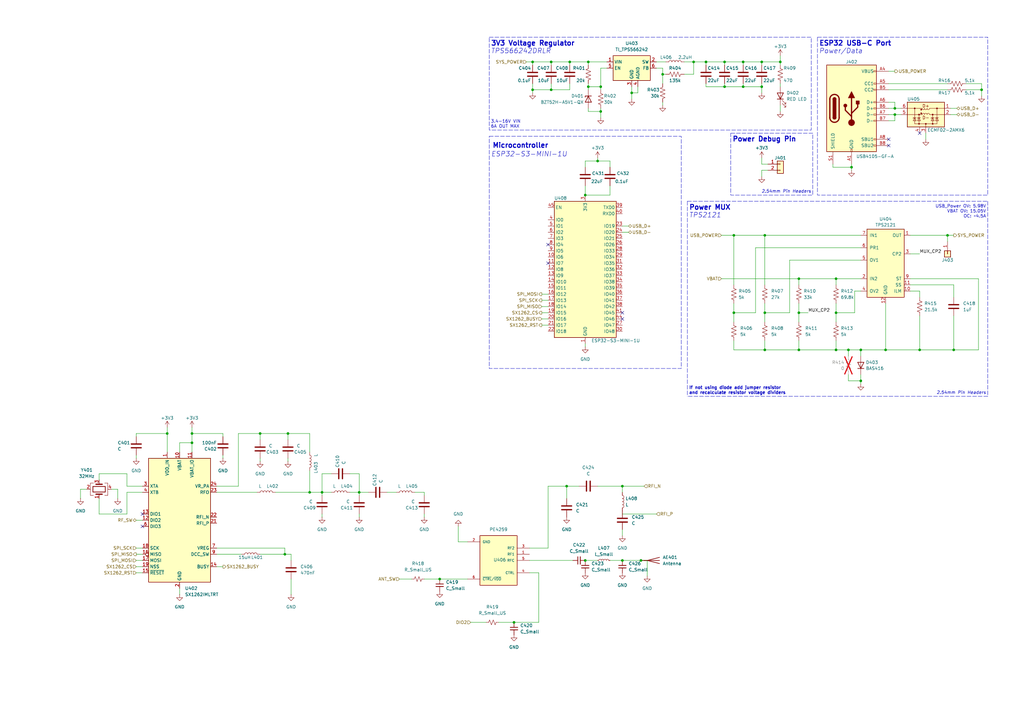
<source format=kicad_sch>
(kicad_sch (version 20231120) (generator "eeschema") (generator_version "8.0")
  (paper "A3")
  (lib_symbols
    (symbol "Connector:USB_C_Receptacle_USB2.0" (pin_names (offset 1.016))
      (property "Reference" "J101" (at 0 22.86 0))
      (property "Value" "USB4105-GF-A" (at 0 20.32 0))
      (symbol "USB_C_Receptacle_USB2.0_1_1"
        (pin passive line (at 0 -22.86 90) (length 5.08) (name "GND") (number "A1"))
        (pin passive line (at 0 -22.86 90) (length 5.08) hide (name "GND") (number "A12"))
        (pin passive line (at 15.24 15.24 180) (length 5.08) (name "VBUS") (number "A4"))
        (pin bidirectional line (at 15.24 10.16 180) (length 5.08) (name "CC1") (number "A5"))
        (pin bidirectional line (at 15.24 2.54 180) (length 5.08) (name "D+") (number "A6"))
        (pin bidirectional line (at 15.24 -2.54 180) (length 5.08) (name "D-") (number "A7"))
        (pin bidirectional line (at 15.24 -12.7 180) (length 5.08) (name "SBU1") (number "A8"))
        (pin passive line (at 15.24 15.24 180) (length 5.08) hide (name "VBUS") (number "A9"))
        (pin passive line (at 0 -22.86 90) (length 5.08) hide (name "GND") (number "B1"))
        (pin passive line (at 0 -22.86 90) (length 5.08) hide (name "GND") (number "B12"))
        (pin passive line (at 15.24 15.24 180) (length 5.08) hide (name "VBUS") (number "B4"))
        (pin bidirectional line (at 15.24 7.62 180) (length 5.08) (name "CC2") (number "B5"))
        (pin bidirectional line (at 15.24 0 180) (length 5.08) (name "D+") (number "B6"))
        (pin bidirectional line (at 15.24 -5.08 180) (length 5.08) (name "D-") (number "B7"))
        (pin bidirectional line (at 15.24 -15.24 180) (length 5.08) (name "SBU2") (number "B8"))
        (pin passive line (at 15.24 15.24 180) (length 5.08) hide (name "VBUS") (number "B9"))
        (pin passive line (at -7.62 -22.86 90) (length 5.08) (name "SHIELD") (number "S1"))
      )
    )
    (symbol "Connector_Generic:Conn_01x01" (pin_names (offset 1.016) hide)
      (property "Reference" "J" (at 0 2.54 0))
      (property "Value" "Conn_01x01" (at 0 -2.54 0))
      (symbol "Conn_01x01_1_1"
        (pin passive line (at -5.08 0 0) (length 3.81) (name "Pin_1") (number "1"))
      )
    )
    (symbol "Connector_Generic:Conn_01x02" (pin_names (offset 1.016) hide)
      (property "Reference" "J" (at 0 2.54 0))
      (property "Value" "Conn_01x02" (at 0 -5.08 0))
      (symbol "Conn_01x02_1_1"
        (pin passive line (at -5.08 0 0) (length 3.81) (name "Pin_1") (number "1"))
        (pin passive line (at -5.08 -2.54 0) (length 3.81) (name "Pin_2") (number "2"))
      )
    )
    (symbol "Device:Antenna" (pin_numbers hide) (pin_names (offset 1.016) hide)
      (property "Reference" "AE" (at -1.905 1.905 0))
      (property "Value" "Antenna" (at -1.905 0 0))
      (symbol "Antenna_1_1"
        (pin input line (at 0 -5.08 90) (length 2.54) (name "A") (number "1"))
      )
    )
    (symbol "Device:C" (pin_numbers hide) (pin_names (offset 0.254))
      (property "Reference" "C" (at 0.635 2.54 0))
      (property "Value" "C" (at 0.635 -2.54 0))
      (symbol "C_1_1"
        (pin passive line (at 0 3.81 270) (length 2.794) (name "~") (number "1"))
        (pin passive line (at 0 -3.81 90) (length 2.794) (name "~") (number "2"))
      )
    )
    (symbol "Device:C_Small" (pin_numbers hide) (pin_names (offset 0.254) hide)
      (property "Reference" "C" (at 0.254 1.778 0))
      (property "Value" "C_Small" (at 0.254 -2.032 0))
      (symbol "C_Small_1_1"
        (pin passive line (at 0 2.54 270) (length 2.032) (name "~") (number "1"))
        (pin passive line (at 0 -2.54 90) (length 2.032) (name "~") (number "2"))
      )
    )
    (symbol "Device:Crystal_GND24" (pin_names (offset 1.016) hide)
      (property "Reference" "Y" (at 3.175 5.08 0))
      (property "Value" "Crystal_GND24" (at 3.175 3.175 0))
      (symbol "Crystal_GND24_1_1"
        (pin passive line (at -3.81 0 0) (length 1.27) (name "1") (number "1"))
        (pin passive line (at 0 5.08 270) (length 1.27) (name "2") (number "2"))
        (pin passive line (at 3.81 0 180) (length 1.27) (name "3") (number "3"))
        (pin passive line (at 0 -5.08 90) (length 1.27) (name "4") (number "4"))
      )
    )
    (symbol "Device:D" (pin_numbers hide) (pin_names (offset 1.016) hide)
      (property "Reference" "D" (at 0 2.54 0))
      (property "Value" "D" (at 0 -2.54 0))
      (symbol "D_1_1"
        (pin passive line (at -3.81 0 0) (length 2.54) (name "K") (number "1"))
        (pin passive line (at 3.81 0 180) (length 2.54) (name "A") (number "2"))
      )
    )
    (symbol "Device:D_Zener" (pin_numbers hide) (pin_names (offset 1.016) hide)
      (property "Reference" "D" (at 0 2.54 0))
      (property "Value" "D_Zener" (at 0 -2.54 0))
      (symbol "D_Zener_1_1"
        (pin passive line (at -3.81 0 0) (length 2.54) (name "K") (number "1"))
        (pin passive line (at 3.81 0 180) (length 2.54) (name "A") (number "2"))
      )
    )
    (symbol "Device:L" (pin_numbers hide) (pin_names (offset 1.016) hide)
      (property "Reference" "L" (at -1.27 0 90))
      (property "Value" "L" (at 1.905 0 90))
      (symbol "L_1_1"
        (pin passive line (at 0 3.81 270) (length 1.27) (name "1") (number "1"))
        (pin passive line (at 0 -3.81 90) (length 1.27) (name "2") (number "2"))
      )
    )
    (symbol "Device:LED" (pin_numbers hide) (pin_names (offset 1.016) hide)
      (property "Reference" "D" (at 0 2.54 0))
      (property "Value" "LED" (at 0 -2.54 0))
      (symbol "LED_1_1"
        (pin passive line (at -3.81 0 0) (length 2.54) (name "K") (number "1"))
        (pin passive line (at 3.81 0 180) (length 2.54) (name "A") (number "2"))
      )
    )
    (symbol "Device:L_Small" (pin_numbers hide) (pin_names (offset 0.254) hide)
      (property "Reference" "L" (at 0.762 1.016 0))
      (property "Value" "L_Small" (at 0.762 -1.016 0))
      (symbol "L_Small_1_1"
        (pin passive line (at 0 2.54 270) (length 0.508) (name "~") (number "1"))
        (pin passive line (at 0 -2.54 90) (length 0.508) (name "~") (number "2"))
      )
    )
    (symbol "Device:R_Small_US" (pin_numbers hide) (pin_names (offset 0.254) hide)
      (property "Reference" "R" (at 0.762 0.508 0))
      (property "Value" "R_Small_US" (at 0.762 -1.016 0))
      (symbol "R_Small_US_1_1"
        (pin passive line (at 0 2.54 270) (length 1.016) (name "~") (number "1"))
        (pin passive line (at 0 -2.54 90) (length 1.016) (name "~") (number "2"))
      )
    )
    (symbol "Device:R_US" (pin_numbers hide) (pin_names (offset 0))
      (property "Reference" "R" (at 2.54 0 90))
      (property "Value" "R_US" (at -2.54 0 90))
      (symbol "R_US_1_1"
        (pin passive line (at 0 3.81 270) (length 1.27) (name "~") (number "1"))
        (pin passive line (at 0 -3.81 90) (length 1.27) (name "~") (number "2"))
      )
    )
    (symbol "GND_1" (power) (pin_names (offset 0))
      (property "Value" "GND_1" (at 0 -3.81 0))
      (symbol "GND_1_1_1"
        (pin power_in line (at 0 0 270) (length 0) hide (name "GND") (number "1"))
      )
    )
    (symbol "GND_2" (power) (pin_numbers hide) (pin_names (offset 0) hide)
      (property "Value" "GND" (at 0 -3.81 0))
      (symbol "GND_2_1_1"
        (pin power_in line (at 0 0 270) (length 0) (name "~") (number "1"))
      )
    )
    (symbol "PE4259:PE4259" (pin_names (offset 1.016))
      (property "Reference" "U" (at -7.6219 10.1625 0))
      (property "Value" "PE4259" (at -7.6217 -12.7029 0))
      (symbol "PE4259_0_0"
        (pin passive line (at -12.7 -2.54 0) (length 5.08) (name "RF1") (number "1"))
        (pin power_in line (at 12.7 -7.62 180) (length 5.08) (name "GND") (number "2"))
        (pin passive line (at -12.7 -5.08 0) (length 5.08) (name "RF2") (number "3"))
        (pin input line (at -12.7 5.08 0) (length 5.08) (name "CTRL") (number "4"))
        (pin passive line (at -12.7 0 0) (length 5.08) (name "RFC") (number "5"))
        (pin power_in line (at 12.7 7.62 180) (length 5.08) (name "~{CTRL}/~{VDD}") (number "6"))
      )
    )
    (symbol "Power_MUX:TPS2121" (pin_names (offset 1.016))
      (property "Reference" "U" (at -6.35 16.51 0))
      (property "Value" "TPS2121" (at 3.81 16.51 0))
      (symbol "TPS2121_0_0"
        (pin output line (at 10.16 -10.16 180) (length 2.54) (name "ILM") (number "10"))
        (pin output line (at 10.16 -7.62 180) (length 2.54) (name "SS") (number "11"))
        (pin power_in line (at 0 -15.24 90) (length 2.54) (name "GND") (number "12"))
        (pin power_in line (at -10.16 -5.08 0) (length 2.54) (name "IN2") (number "2"))
        (pin input line (at 10.16 5.08 180) (length 2.54) (name "CP2") (number "3"))
        (pin input line (at -10.16 -10.16 0) (length 2.54) (name "OV2") (number "4"))
        (pin input line (at -10.16 2.54 0) (length 2.54) (name "OV1") (number "5"))
        (pin input line (at -10.16 7.62 0) (length 2.54) (name "PR1") (number "6"))
        (pin power_in line (at -10.16 12.7 0) (length 2.54) (name "IN1") (number "7"))
        (pin output line (at 10.16 -5.08 180) (length 2.54) (name "ST") (number "9"))
      )
      (symbol "TPS2121_1_0"
        (pin power_out line (at 10.16 12.7 180) (length 2.54) (name "OUT") (number "1"))
        (pin power_out line (at 10.16 12.7 180) (length 2.54) hide (name "OUT") (number "8"))
      )
    )
    (symbol "Power_Protection:ECMF02-2AMX6" (pin_names (offset 0.0254) hide)
      (property "Reference" "U" (at 0 10.16 0))
      (property "Value" "ECMF02-2AMX6" (at 0 7.62 0))
      (symbol "ECMF02-2AMX6_0_1"
        (text "D+" (at 0 3.556 0) (effects (font (size 1.27 1.27))))
        (text "D-" (at 0 -1.27 0) (effects (font (size 1.27 1.27))))
      )
      (symbol "ECMF02-2AMX6_1_1"
        (pin passive line (at -10.16 2.54 0) (length 2.54) (name "D+_in") (number "1"))
        (pin passive line (at -10.16 0 0) (length 2.54) (name "D-_in") (number "2"))
        (pin power_in line (at 0 -7.62 90) (length 2.54) (name "GND") (number "3"))
        (pin free line (at 2.54 -7.62 90) (length 2.54) (name "NC") (number "4"))
        (pin passive line (at 10.16 0 180) (length 2.54) (name "D-_out") (number "5"))
        (pin passive line (at 10.16 2.54 180) (length 2.54) (name "D+_out") (number "6"))
      )
    )
    (symbol "RF:SX1262IMLTRT"
      (property "Reference" "U201" (at 2.1941 -27.94 0))
      (property "Value" "SX1262IMLTRT" (at 2.1941 -30.48 0))
      (symbol "SX1262IMLTRT_1_1"
        (pin power_in line (at -5.08 27.94 270) (length 2.54) (name "VDD_IN") (number "1"))
        (pin power_in line (at 0 27.94 270) (length 2.54) (name "VBAT") (number "10"))
        (pin power_in line (at 5.08 27.94 270) (length 2.54) (name "VBAT_IO") (number "11"))
        (pin bidirectional line (at -15.24 0 0) (length 2.54) (name "DIO2") (number "12"))
        (pin bidirectional line (at -15.24 2.54 0) (length 2.54) (name "DIO1") (number "13"))
        (pin output line (at 15.24 -19.05 180) (length 2.54) (name "BUSY") (number "14"))
        (pin input line (at -15.24 -21.59 0) (length 2.54) (name "~{RESET}") (number "15"))
        (pin tri_state inverted (at -15.24 -13.97 0) (length 2.54) (name "MISO") (number "16"))
        (pin input line (at -15.24 -16.51 0) (length 2.54) (name "MOSI") (number "17"))
        (pin input line (at -15.24 -11.43 0) (length 2.54) (name "SCK") (number "18"))
        (pin input line (at -15.24 -19.05 0) (length 2.54) (name "NSS") (number "19"))
        (pin power_in line (at 0 -27.94 90) (length 2.54) (name "GND") (number "2"))
        (pin passive line (at 0 -27.94 90) (length 2.54) hide (name "GND") (number "20"))
        (pin input line (at 15.24 -1.27 180) (length 2.54) (name "RFI_P") (number "21"))
        (pin input line (at 15.24 1.27 180) (length 2.54) (name "RFI_N") (number "22"))
        (pin output line (at 15.24 11.43 180) (length 2.54) (name "RFO") (number "23"))
        (pin power_out line (at 15.24 13.97 180) (length 2.54) (name "VR_PA") (number "24"))
        (pin passive line (at 0 -27.94 90) (length 2.54) hide (name "GND") (number "25"))
        (pin bidirectional line (at -15.24 13.97 0) (length 2.54) (name "XTA") (number "3"))
        (pin bidirectional line (at -15.24 11.43 0) (length 2.54) (name "XTB") (number "4"))
        (pin passive line (at 0 -27.94 90) (length 2.54) hide (name "GND") (number "5"))
        (pin bidirectional line (at -15.24 -2.54 0) (length 2.54) (name "DIO3") (number "6"))
        (pin power_out line (at 15.24 -11.43 180) (length 2.54) (name "VREG") (number "7"))
        (pin passive line (at 0 -27.94 90) (length 2.54) hide (name "GND") (number "8"))
        (pin power_out line (at 15.24 -13.97 180) (length 2.54) (name "DCC_SW") (number "9"))
      )
    )
    (symbol "RF_Module:ESP32-S3-MINI-1U"
      (property "Reference" "U" (at -11.43 29.21 0))
      (property "Value" "ESP32-S3-MINI-1U" (at 12.7 29.21 0))
      (symbol "ESP32-S3-MINI-1U_1_1"
        (pin power_in line (at 0 -30.48 90) (length 2.54) (name "GND") (number "1"))
        (pin bidirectional line (at -15.24 5.08 0) (length 2.54) (name "IO6") (number "10"))
        (pin bidirectional line (at -15.24 2.54 0) (length 2.54) (name "IO7") (number "11"))
        (pin bidirectional line (at -15.24 0 0) (length 2.54) (name "IO8") (number "12"))
        (pin bidirectional line (at -15.24 -2.54 0) (length 2.54) (name "IO9") (number "13"))
        (pin bidirectional line (at -15.24 -5.08 0) (length 2.54) (name "IO10") (number "14"))
        (pin bidirectional line (at -15.24 -7.62 0) (length 2.54) (name "IO11") (number "15"))
        (pin bidirectional line (at -15.24 -10.16 0) (length 2.54) (name "IO12") (number "16"))
        (pin bidirectional line (at -15.24 -12.7 0) (length 2.54) (name "IO13") (number "17"))
        (pin bidirectional line (at -15.24 -15.24 0) (length 2.54) (name "IO14") (number "18"))
        (pin bidirectional line (at -15.24 -17.78 0) (length 2.54) (name "IO15") (number "19"))
        (pin passive line (at 0 -30.48 90) (length 2.54) hide (name "GND") (number "2"))
        (pin bidirectional line (at -15.24 -20.32 0) (length 2.54) (name "IO16") (number "20"))
        (pin bidirectional line (at -15.24 -22.86 0) (length 2.54) (name "IO17") (number "21"))
        (pin bidirectional line (at -15.24 -25.4 0) (length 2.54) (name "IO18") (number "22"))
        (pin bidirectional line (at 15.24 17.78 180) (length 2.54) (name "IO19") (number "23"))
        (pin bidirectional line (at 15.24 15.24 180) (length 2.54) (name "IO20") (number "24"))
        (pin bidirectional line (at 15.24 12.7 180) (length 2.54) (name "IO21") (number "25"))
        (pin bidirectional line (at 15.24 10.16 180) (length 2.54) (name "IO26") (number "26"))
        (pin bidirectional line (at 15.24 -22.86 180) (length 2.54) (name "IO47") (number "27"))
        (pin bidirectional line (at 15.24 7.62 180) (length 2.54) (name "IO33") (number "28"))
        (pin bidirectional line (at 15.24 5.08 180) (length 2.54) (name "IO34") (number "29"))
        (pin power_in line (at 0 30.48 270) (length 2.54) (name "3V3") (number "3"))
        (pin bidirectional line (at 15.24 -25.4 180) (length 2.54) (name "IO48") (number "30"))
        (pin bidirectional line (at 15.24 2.54 180) (length 2.54) (name "IO35") (number "31"))
        (pin bidirectional line (at 15.24 0 180) (length 2.54) (name "IO36") (number "32"))
        (pin bidirectional line (at 15.24 -2.54 180) (length 2.54) (name "IO37") (number "33"))
        (pin bidirectional line (at 15.24 -5.08 180) (length 2.54) (name "IO38") (number "34"))
        (pin bidirectional line (at 15.24 -7.62 180) (length 2.54) (name "IO39") (number "35"))
        (pin bidirectional line (at 15.24 -10.16 180) (length 2.54) (name "IO40") (number "36"))
        (pin bidirectional line (at 15.24 -12.7 180) (length 2.54) (name "IO41") (number "37"))
        (pin bidirectional line (at 15.24 -15.24 180) (length 2.54) (name "IO42") (number "38"))
        (pin bidirectional line (at 15.24 25.4 180) (length 2.54) (name "TXD0") (number "39"))
        (pin bidirectional line (at -15.24 20.32 0) (length 2.54) (name "IO0") (number "4"))
        (pin bidirectional line (at 15.24 22.86 180) (length 2.54) (name "RXD0") (number "40"))
        (pin bidirectional line (at 15.24 -17.78 180) (length 2.54) (name "IO45") (number "41"))
        (pin passive line (at 0 -30.48 90) (length 2.54) hide (name "GND") (number "42"))
        (pin passive line (at 0 -30.48 90) (length 2.54) hide (name "GND") (number "43"))
        (pin bidirectional line (at 15.24 -20.32 180) (length 2.54) (name "IO46") (number "44"))
        (pin input line (at -15.24 25.4 0) (length 2.54) (name "EN") (number "45"))
        (pin passive line (at 0 -30.48 90) (length 2.54) hide (name "GND") (number "46"))
        (pin passive line (at 0 -30.48 90) (length 2.54) hide (name "GND") (number "47"))
        (pin passive line (at 0 -30.48 90) (length 2.54) hide (name "GND") (number "48"))
        (pin passive line (at 0 -30.48 90) (length 2.54) hide (name "GND") (number "49"))
        (pin bidirectional line (at -15.24 17.78 0) (length 2.54) (name "IO1") (number "5"))
        (pin passive line (at 0 -30.48 90) (length 2.54) hide (name "GND") (number "50"))
        (pin passive line (at 0 -30.48 90) (length 2.54) hide (name "GND") (number "51"))
        (pin passive line (at 0 -30.48 90) (length 2.54) hide (name "GND") (number "52"))
        (pin passive line (at 0 -30.48 90) (length 2.54) hide (name "GND") (number "53"))
        (pin passive line (at 0 -30.48 90) (length 2.54) hide (name "GND") (number "54"))
        (pin passive line (at 0 -30.48 90) (length 2.54) hide (name "GND") (number "55"))
        (pin passive line (at 0 -30.48 90) (length 2.54) hide (name "GND") (number "56"))
        (pin passive line (at 0 -30.48 90) (length 2.54) hide (name "GND") (number "57"))
        (pin passive line (at 0 -30.48 90) (length 2.54) hide (name "GND") (number "58"))
        (pin passive line (at 0 -30.48 90) (length 2.54) hide (name "GND") (number "59"))
        (pin bidirectional line (at -15.24 15.24 0) (length 2.54) (name "IO2") (number "6"))
        (pin passive line (at 0 -30.48 90) (length 2.54) hide (name "GND") (number "60"))
        (pin passive line (at 0 -30.48 90) (length 2.54) hide (name "GND") (number "61"))
        (pin passive line (at 0 -30.48 90) (length 2.54) hide (name "GND") (number "62"))
        (pin passive line (at 0 -30.48 90) (length 2.54) hide (name "GND") (number "63"))
        (pin passive line (at 0 -30.48 90) (length 2.54) hide (name "GND") (number "64"))
        (pin passive line (at 0 -30.48 90) (length 2.54) hide (name "GND") (number "65"))
        (pin bidirectional line (at -15.24 12.7 0) (length 2.54) (name "IO3") (number "7"))
        (pin bidirectional line (at -15.24 10.16 0) (length 2.54) (name "IO4") (number "8"))
        (pin bidirectional line (at -15.24 7.62 0) (length 2.54) (name "IO5") (number "9"))
      )
    )
    (symbol "Regulator_Texas:TI_TPS566242"
      (property "Reference" "U" (at 0 10.16 0))
      (property "Value" "TI_TPS566242" (at 0 7.62 0))
      (symbol "TI_TPS566242_0_0"
        (pin input line (at -10.16 2.54 0) (length 2.54) (name "VIN") (number "1"))
        (pin power_in line (at 0 -7.62 90) (length 2.54) (name "GND") (number "3"))
        (pin power_in line (at 2.54 -7.62 90) (length 2.54) (name "AGND") (number "4"))
      )
      (symbol "TI_TPS566242_1_0"
        (pin input line (at 10.16 2.54 180) (length 2.54) (name "SW") (number "2"))
        (pin output line (at -10.16 0 0) (length 2.54) (name "EN") (number "5"))
        (pin input line (at 10.16 0 180) (length 2.54) (name "FB") (number "6"))
      )
    )
    (symbol "power:+3V3" (power) (pin_names (offset 0))
      (property "Value" "+3V3" (at 0 3.556 0))
      (symbol "+3V3_1_1"
        (pin power_in line (at 0 0 90) (length 0) hide (name "+3V3") (number "1"))
      )
    )
    (symbol "power:GND" (power) (pin_names (offset 0))
      (property "Value" "GND" (at 0 -3.81 0))
      (symbol "GND_1_1"
        (pin power_in line (at 0 0 270) (length 0) hide (name "GND") (number "1"))
      )
    )
  )
  (junction (at 304.8 25.4))
  (junction (at 245.11 66.04))
  (junction (at 68.58 177.8))
  (junction (at 118.11 177.8))
  (junction (at 284.48 25.4))
  (junction (at 180.34 237.49))
  (junction (at 388.62 96.52))
  (junction (at 342.9 143.51))
  (junction (at 132.08 201.93))
  (junction (at 377.19 143.51))
  (junction (at 246.38 45.72))
  (junction (at 320.04 25.4))
  (junction (at 116.84 227.33))
  (junction (at 297.18 35.56))
  (junction (at 349.25 68.58))
  (junction (at 313.69 96.52))
  (junction (at 78.74 181.61))
  (junction (at 232.41 199.39))
  (junction (at 233.68 25.4))
  (junction (at 226.06 36.83))
  (junction (at 353.06 156.21))
  (junction (at 218.44 36.83))
  (junction (at 127 201.93))
  (junction (at 347.98 143.51))
  (junction (at 402.59 36.83))
  (junction (at 342.9 114.3))
  (junction (at 262.89 229.87))
  (junction (at 327.66 128.27))
  (junction (at 327.66 143.51))
  (junction (at 218.44 25.4))
  (junction (at 353.06 143.51))
  (junction (at 312.42 25.4))
  (junction (at 313.69 143.51))
  (junction (at 271.78 30.48))
  (junction (at 289.56 25.4))
  (junction (at 255.27 199.39))
  (junction (at 255.27 229.87))
  (junction (at 241.3 25.4))
  (junction (at 297.18 25.4))
  (junction (at 226.06 25.4))
  (junction (at 342.9 128.27))
  (junction (at 367.03 44.45))
  (junction (at 327.66 114.3))
  (junction (at 240.03 229.87))
  (junction (at 313.69 128.27))
  (junction (at 147.32 201.93))
  (junction (at 240.03 80.01))
  (junction (at 391.16 143.51))
  (junction (at 367.03 46.99))
  (junction (at 300.99 96.52))
  (junction (at 259.08 38.1))
  (junction (at 210.82 255.27))
  (junction (at 304.8 35.56))
  (junction (at 300.99 128.27))
  (junction (at 106.68 177.8))
  (junction (at 241.3 35.56))
  (junction (at 246.38 35.56))
  (junction (at 78.74 177.8))
  (junction (at 312.42 35.56))
  (junction (at 363.22 143.51))
  (no_connect (at 364.49 59.69))
  (no_connect (at 224.79 107.95))
  (no_connect (at 224.79 100.33))
  (no_connect (at 58.42 215.9))
  (no_connect (at 364.49 57.15))
  (no_connect (at 255.27 130.81))
  (no_connect (at 58.42 210.82))
  (no_connect (at 255.27 128.27))
  (no_connect (at 377.19 54.61))
  (wire (pts (xy 220.98 234.95) (xy 220.98 255.27)))
  (wire (pts (xy 248.92 27.94) (xy 246.38 27.94)))
  (wire (pts (xy 217.17 229.87) (xy 234.95 229.87)))
  (wire (pts (xy 246.38 45.72) (xy 246.38 44.45)))
  (wire (pts (xy 304.8 25.4) (xy 312.42 25.4)))
  (wire (pts (xy 300.99 139.7) (xy 300.99 143.51)))
  (wire (pts (xy 261.62 35.56) (xy 261.62 38.1)))
  (wire (pts (xy 342.9 128.27) (xy 342.9 132.08)))
  (wire (pts (xy 312.42 72.39) (xy 312.42 69.85)))
  (wire (pts (xy 55.88 177.8) (xy 55.88 179.07)))
  (wire (pts (xy 218.44 25.4) (xy 226.06 25.4)))
  (wire (pts (xy 255.27 217.17) (xy 255.27 219.71)))
  (wire (pts (xy 389.89 44.45) (xy 392.43 44.45)))
  (wire (pts (xy 284.48 25.4) (xy 289.56 25.4)))
  (wire (pts (xy 255.27 92.71) (xy 257.81 92.71)))
  (wire (pts (xy 73.66 181.61) (xy 78.74 181.61)))
  (polyline (pts (xy 281.94 82.55) (xy 405.13 82.55)) (stroke (width 0) (type dash)))
  (wire (pts (xy 364.49 41.91) (xy 367.03 41.91)))
  (wire (pts (xy 45.72 200.66) (xy 48.26 200.66)))
  (wire (pts (xy 73.66 241.3) (xy 73.66 243.84)))
  (wire (pts (xy 367.03 46.99) (xy 367.03 49.53)))
  (wire (pts (xy 289.56 25.4) (xy 289.56 26.67)))
  (wire (pts (xy 55.88 186.69) (xy 55.88 187.96)))
  (wire (pts (xy 52.07 201.93) (xy 52.07 210.82)))
  (wire (pts (xy 342.9 139.7) (xy 342.9 143.51)))
  (wire (pts (xy 147.32 194.31) (xy 147.32 201.93)))
  (wire (pts (xy 313.69 96.52) (xy 313.69 116.84)))
  (wire (pts (xy 304.8 35.56) (xy 297.18 35.56)))
  (wire (pts (xy 297.18 35.56) (xy 289.56 35.56)))
  (wire (pts (xy 40.64 210.82) (xy 40.64 204.47)))
  (wire (pts (xy 391.16 116.84) (xy 391.16 121.92)))
  (wire (pts (xy 364.49 36.83) (xy 388.62 36.83)))
  (wire (pts (xy 113.03 201.93) (xy 127 201.93)))
  (wire (pts (xy 349.25 68.58) (xy 349.25 69.85)))
  (wire (pts (xy 312.42 25.4) (xy 312.42 26.67)))
  (wire (pts (xy 327.66 128.27) (xy 327.66 132.08)))
  (wire (pts (xy 55.88 234.95) (xy 58.42 234.95)))
  (wire (pts (xy 259.08 35.56) (xy 259.08 38.1)))
  (wire (pts (xy 342.9 114.3) (xy 342.9 116.84)))
  (wire (pts (xy 147.32 201.93) (xy 151.13 201.93)))
  (wire (pts (xy 353.06 143.51) (xy 363.22 143.51)))
  (polyline (pts (xy 405.13 162.56) (xy 281.94 162.56)) (stroke (width 0) (type dash)))
  (wire (pts (xy 373.38 116.84) (xy 391.16 116.84)))
  (wire (pts (xy 68.58 177.8) (xy 68.58 185.42)))
  (wire (pts (xy 33.02 200.66) (xy 35.56 200.66)))
  (wire (pts (xy 363.22 143.51) (xy 377.19 143.51)))
  (wire (pts (xy 327.66 114.3) (xy 327.66 116.84)))
  (wire (pts (xy 246.38 48.26) (xy 246.38 45.72)))
  (wire (pts (xy 143.51 201.93) (xy 147.32 201.93)))
  (wire (pts (xy 118.11 177.8) (xy 118.11 180.34)))
  (wire (pts (xy 323.85 128.27) (xy 323.85 106.68)))
  (wire (pts (xy 255.27 229.87) (xy 262.89 229.87)))
  (wire (pts (xy 297.18 25.4) (xy 304.8 25.4)))
  (wire (pts (xy 314.96 67.31) (xy 312.42 67.31)))
  (wire (pts (xy 367.03 44.45) (xy 369.57 44.45)))
  (wire (pts (xy 106.68 227.33) (xy 116.84 227.33)))
  (wire (pts (xy 331.47 128.27) (xy 327.66 128.27)))
  (wire (pts (xy 353.06 153.67) (xy 353.06 156.21)))
  (wire (pts (xy 255.27 199.39) (xy 264.16 199.39)))
  (wire (pts (xy 313.69 128.27) (xy 313.69 132.08)))
  (wire (pts (xy 163.83 237.49) (xy 168.91 237.49)))
  (wire (pts (xy 55.88 229.87) (xy 58.42 229.87)))
  (wire (pts (xy 250.19 76.2) (xy 250.19 80.01)))
  (wire (pts (xy 313.69 139.7) (xy 313.69 143.51)))
  (wire (pts (xy 246.38 35.56) (xy 246.38 36.83)))
  (wire (pts (xy 88.9 227.33) (xy 99.06 227.33)))
  (wire (pts (xy 106.68 177.8) (xy 118.11 177.8)))
  (wire (pts (xy 304.8 25.4) (xy 304.8 26.67)))
  (wire (pts (xy 241.3 44.45) (xy 241.3 45.72)))
  (polyline (pts (xy 281.94 82.55) (xy 281.94 162.56)) (stroke (width 0) (type dash)))
  (wire (pts (xy 353.06 143.51) (xy 353.06 146.05)))
  (wire (pts (xy 147.32 203.2) (xy 147.32 201.93)))
  (wire (pts (xy 377.19 143.51) (xy 391.16 143.51)))
  (wire (pts (xy 52.07 210.82) (xy 40.64 210.82)))
  (wire (pts (xy 180.34 237.49) (xy 191.77 237.49)))
  (wire (pts (xy 118.11 177.8) (xy 127 177.8)))
  (wire (pts (xy 327.66 139.7) (xy 327.66 143.51)))
  (wire (pts (xy 250.19 229.87) (xy 255.27 229.87)))
  (wire (pts (xy 55.88 227.33) (xy 58.42 227.33)))
  (wire (pts (xy 173.99 212.09) (xy 173.99 210.82)))
  (wire (pts (xy 132.08 194.31) (xy 135.89 194.31)))
  (wire (pts (xy 255.27 199.39) (xy 255.27 201.93)))
  (wire (pts (xy 323.85 106.68) (xy 353.06 106.68)))
  (wire (pts (xy 97.79 177.8) (xy 106.68 177.8)))
  (wire (pts (xy 353.06 119.38) (xy 350.52 119.38)))
  (wire (pts (xy 143.51 194.31) (xy 147.32 194.31)))
  (wire (pts (xy 320.04 34.29) (xy 320.04 35.56)))
  (wire (pts (xy 389.89 46.99) (xy 392.43 46.99)))
  (wire (pts (xy 259.08 40.64) (xy 259.08 38.1)))
  (wire (pts (xy 391.16 143.51) (xy 401.32 143.51)))
  (wire (pts (xy 78.74 177.8) (xy 78.74 181.61)))
  (wire (pts (xy 320.04 22.86) (xy 320.04 25.4)))
  (wire (pts (xy 116.84 224.79) (xy 116.84 227.33)))
  (wire (pts (xy 193.04 255.27) (xy 199.39 255.27)))
  (wire (pts (xy 265.43 229.87) (xy 265.43 236.22)))
  (wire (pts (xy 78.74 175.26) (xy 78.74 177.8)))
  (wire (pts (xy 52.07 194.31) (xy 40.64 194.31)))
  (wire (pts (xy 269.24 25.4) (xy 273.05 25.4)))
  (wire (pts (xy 312.42 35.56) (xy 312.42 34.29)))
  (wire (pts (xy 312.42 25.4) (xy 320.04 25.4)))
  (wire (pts (xy 396.24 34.29) (xy 402.59 34.29)))
  (wire (pts (xy 88.9 199.39) (xy 97.79 199.39)))
  (wire (pts (xy 224.79 224.79) (xy 224.79 199.39)))
  (wire (pts (xy 224.79 199.39) (xy 232.41 199.39)))
  (wire (pts (xy 312.42 67.31) (xy 312.42 64.77)))
  (wire (pts (xy 233.68 34.29) (xy 233.68 36.83)))
  (wire (pts (xy 88.9 232.41) (xy 91.44 232.41)))
  (wire (pts (xy 233.68 25.4) (xy 241.3 25.4)))
  (wire (pts (xy 233.68 25.4) (xy 233.68 26.67)))
  (wire (pts (xy 240.03 80.01) (xy 240.03 76.2)))
  (wire (pts (xy 215.9 25.4) (xy 218.44 25.4)))
  (wire (pts (xy 320.04 25.4) (xy 320.04 26.67)))
  (wire (pts (xy 295.91 114.3) (xy 327.66 114.3)))
  (wire (pts (xy 349.25 68.58) (xy 341.63 68.58)))
  (wire (pts (xy 118.11 187.96) (xy 118.11 189.23)))
  (wire (pts (xy 300.99 96.52) (xy 313.69 96.52)))
  (wire (pts (xy 58.42 201.93) (xy 52.07 201.93)))
  (wire (pts (xy 147.32 212.09) (xy 147.32 210.82)))
  (wire (pts (xy 300.99 96.52) (xy 300.99 116.84)))
  (wire (pts (xy 158.75 201.93) (xy 162.56 201.93)))
  (wire (pts (xy 245.11 64.77) (xy 245.11 66.04)))
  (wire (pts (xy 204.47 255.27) (xy 210.82 255.27)))
  (wire (pts (xy 367.03 46.99) (xy 369.57 46.99)))
  (wire (pts (xy 68.58 175.26) (xy 68.58 177.8)))
  (wire (pts (xy 55.88 232.41) (xy 58.42 232.41)))
  (wire (pts (xy 391.16 129.54) (xy 391.16 143.51)))
  (wire (pts (xy 309.88 101.6) (xy 309.88 128.27)))
  (wire (pts (xy 297.18 34.29) (xy 297.18 35.56)))
  (wire (pts (xy 240.03 80.01) (xy 250.19 80.01)))
  (wire (pts (xy 271.78 43.18) (xy 271.78 41.91)))
  (wire (pts (xy 269.24 27.94) (xy 271.78 27.94)))
  (wire (pts (xy 222.25 130.81) (xy 224.79 130.81)))
  (wire (pts (xy 250.19 66.04) (xy 250.19 68.58)))
  (wire (pts (xy 402.59 39.37) (xy 402.59 36.83)))
  (wire (pts (xy 373.38 96.52) (xy 388.62 96.52)))
  (wire (pts (xy 78.74 181.61) (xy 78.74 185.42)))
  (wire (pts (xy 33.02 200.66) (xy 33.02 204.47)))
  (wire (pts (xy 132.08 212.09) (xy 132.08 210.82)))
  (wire (pts (xy 241.3 35.56) (xy 246.38 35.56)))
  (wire (pts (xy 255.27 95.25) (xy 257.81 95.25)))
  (wire (pts (xy 295.91 96.52) (xy 300.99 96.52)))
  (wire (pts (xy 68.58 177.8) (xy 55.88 177.8)))
  (wire (pts (xy 312.42 35.56) (xy 304.8 35.56)))
  (wire (pts (xy 218.44 34.29) (xy 218.44 36.83)))
  (polyline (pts (xy 405.13 82.55) (xy 405.13 162.56)) (stroke (width 0) (type dash)))
  (wire (pts (xy 364.49 46.99) (xy 367.03 46.99)))
  (wire (pts (xy 379.73 57.15) (xy 379.73 54.61)))
  (wire (pts (xy 367.03 49.53) (xy 364.49 49.53)))
  (wire (pts (xy 313.69 128.27) (xy 323.85 128.27)))
  (wire (pts (xy 261.62 38.1) (xy 259.08 38.1)))
  (wire (pts (xy 240.03 140.97) (xy 240.03 142.24)))
  (wire (pts (xy 309.88 101.6) (xy 353.06 101.6)))
  (wire (pts (xy 232.41 199.39) (xy 232.41 204.47)))
  (wire (pts (xy 245.11 229.87) (xy 240.03 229.87)))
  (wire (pts (xy 280.67 25.4) (xy 284.48 25.4)))
  (wire (pts (xy 226.06 34.29) (xy 226.06 36.83)))
  (wire (pts (xy 342.9 114.3) (xy 353.06 114.3)))
  (wire (pts (xy 327.66 143.51) (xy 342.9 143.51)))
  (wire (pts (xy 48.26 200.66) (xy 48.26 204.47)))
  (wire (pts (xy 327.66 124.46) (xy 327.66 128.27)))
  (wire (pts (xy 241.3 45.72) (xy 246.38 45.72)))
  (wire (pts (xy 304.8 34.29) (xy 304.8 35.56)))
  (wire (pts (xy 88.9 201.93) (xy 105.41 201.93)))
  (wire (pts (xy 116.84 227.33) (xy 119.38 227.33)))
  (wire (pts (xy 106.68 177.8) (xy 106.68 180.34)))
  (wire (pts (xy 245.11 66.04) (xy 250.19 66.04)))
  (wire (pts (xy 373.38 119.38) (xy 377.19 119.38)))
  (wire (pts (xy 91.44 186.69) (xy 91.44 187.96)))
  (wire (pts (xy 52.07 199.39) (xy 52.07 194.31)))
  (wire (pts (xy 313.69 96.52) (xy 353.06 96.52)))
  (wire (pts (xy 327.66 114.3) (xy 342.9 114.3)))
  (wire (pts (xy 373.38 114.3) (xy 401.32 114.3)))
  (wire (pts (xy 347.98 153.67) (xy 347.98 156.21)))
  (wire (pts (xy 347.98 156.21) (xy 353.06 156.21)))
  (wire (pts (xy 222.25 125.73) (xy 224.79 125.73)))
  (wire (pts (xy 241.3 25.4) (xy 241.3 26.67)))
  (wire (pts (xy 312.42 69.85) (xy 314.96 69.85)))
  (wire (pts (xy 73.66 185.42) (xy 73.66 181.61)))
  (wire (pts (xy 377.19 129.54) (xy 377.19 143.51)))
  (wire (pts (xy 222.25 133.35) (xy 224.79 133.35)))
  (wire (pts (xy 284.48 25.4) (xy 284.48 30.48)))
  (wire (pts (xy 300.99 124.46) (xy 300.99 128.27)))
  (wire (pts (xy 341.63 67.31) (xy 341.63 68.58)))
  (wire (pts (xy 241.3 25.4) (xy 248.92 25.4)))
  (wire (pts (xy 342.9 124.46) (xy 342.9 128.27)))
  (wire (pts (xy 396.24 36.83) (xy 402.59 36.83)))
  (wire (pts (xy 350.52 119.38) (xy 350.52 128.27)))
  (wire (pts (xy 313.69 124.46) (xy 313.69 128.27)))
  (wire (pts (xy 232.41 199.39) (xy 237.49 199.39)))
  (wire (pts (xy 309.88 128.27) (xy 300.99 128.27)))
  (wire (pts (xy 218.44 36.83) (xy 218.44 38.1)))
  (wire (pts (xy 255.27 210.82) (xy 269.24 210.82)))
  (wire (pts (xy 364.49 34.29) (xy 388.62 34.29)))
  (wire (pts (xy 132.08 201.93) (xy 132.08 194.31)))
  (wire (pts (xy 170.18 201.93) (xy 173.99 201.93)))
  (wire (pts (xy 127 193.04) (xy 127 201.93)))
  (wire (pts (xy 240.03 66.04) (xy 245.11 66.04)))
  (wire (pts (xy 312.42 38.1) (xy 312.42 35.56)))
  (wire (pts (xy 173.99 237.49) (xy 180.34 237.49)))
  (wire (pts (xy 222.25 128.27) (xy 224.79 128.27)))
  (wire (pts (xy 297.18 25.4) (xy 297.18 26.67)))
  (wire (pts (xy 127 177.8) (xy 127 185.42)))
  (wire (pts (xy 271.78 30.48) (xy 271.78 34.29)))
  (wire (pts (xy 226.06 25.4) (xy 226.06 26.67)))
  (wire (pts (xy 289.56 34.29) (xy 289.56 35.56)))
  (wire (pts (xy 373.38 104.14) (xy 377.19 104.14)))
  (wire (pts (xy 280.67 30.48) (xy 284.48 30.48)))
  (wire (pts (xy 91.44 177.8) (xy 91.44 179.07)))
  (wire (pts (xy 300.99 143.51) (xy 313.69 143.51)))
  (wire (pts (xy 388.62 96.52) (xy 391.16 96.52)))
  (wire (pts (xy 218.44 26.67) (xy 218.44 25.4)))
  (wire (pts (xy 191.77 222.25) (xy 187.96 222.25)))
  (wire (pts (xy 119.38 227.33) (xy 119.38 229.87)))
  (wire (pts (xy 377.19 119.38) (xy 377.19 121.92)))
  (wire (pts (xy 347.98 143.51) (xy 353.06 143.51)))
  (wire (pts (xy 217.17 234.95) (xy 220.98 234.95)))
  (wire (pts (xy 241.3 35.56) (xy 241.3 36.83)))
  (wire (pts (xy 40.64 194.31) (xy 40.64 196.85)))
  (wire (pts (xy 226.06 36.83) (xy 233.68 36.83)))
  (wire (pts (xy 127 201.93) (xy 132.08 201.93)))
  (wire (pts (xy 226.06 25.4) (xy 233.68 25.4)))
  (wire (pts (xy 402.59 34.29) (xy 402.59 36.83)))
  (wire (pts (xy 218.44 36.83) (xy 226.06 36.83)))
  (wire (pts (xy 217.17 224.79) (xy 224.79 224.79)))
  (wire (pts (xy 289.56 25.4) (xy 297.18 25.4)))
  (wire (pts (xy 106.68 187.96) (xy 106.68 189.23)))
  (wire (pts (xy 246.38 27.94) (xy 246.38 35.56)))
  (wire (pts (xy 58.42 199.39) (xy 52.07 199.39)))
  (wire (pts (xy 347.98 143.51) (xy 347.98 146.05)))
  (wire (pts (xy 210.82 255.27) (xy 220.98 255.27)))
  (wire (pts (xy 55.88 213.36) (xy 58.42 213.36)))
  (wire (pts (xy 119.38 237.49) (xy 119.38 243.84)))
  (wire (pts (xy 349.25 67.31) (xy 349.25 68.58)))
  (wire (pts (xy 342.9 143.51) (xy 347.98 143.51)))
  (wire (pts (xy 173.99 201.93) (xy 173.99 203.2)))
  (wire (pts (xy 313.69 143.51) (xy 327.66 143.51)))
  (wire (pts (xy 241.3 34.29) (xy 241.3 35.56)))
  (wire (pts (xy 364.49 44.45) (xy 367.03 44.45)))
  (wire (pts (xy 132.08 203.2) (xy 132.08 201.93)))
  (wire (pts (xy 97.79 199.39) (xy 97.79 177.8)))
  (wire (pts (xy 222.25 120.65) (xy 224.79 120.65)))
  (wire (pts (xy 222.25 123.19) (xy 224.79 123.19)))
  (wire (pts (xy 132.08 201.93) (xy 135.89 201.93)))
  (wire (pts (xy 55.88 224.79) (xy 58.42 224.79)))
  (wire (pts (xy 265.43 229.87) (xy 262.89 229.87)))
  (wire (pts (xy 388.62 96.52) (xy 388.62 99.06)))
  (wire (pts (xy 88.9 224.79) (xy 116.84 224.79)))
  (wire (pts (xy 367.03 29.21) (xy 364.49 29.21)))
  (wire (pts (xy 367.03 41.91) (xy 367.03 44.45)))
  (wire (pts (xy 91.44 177.8) (xy 78.74 177.8)))
  (wire (pts (xy 353.06 156.21) (xy 353.06 157.48)))
  (wire (pts (xy 255.27 199.39) (xy 245.11 199.39)))
  (wire (pts (xy 300.99 128.27) (xy 300.99 132.08)))
  (wire (pts (xy 320.04 45.72) (xy 320.04 43.18)))
  (wire (pts (xy 401.32 143.51) (xy 401.32 114.3)))
  (wire (pts (xy 271.78 27.94) (xy 271.78 30.48)))
  (wire (pts (xy 271.78 30.48) (xy 273.05 30.48)))
  (wire (pts (xy 187.96 215.9) (xy 187.96 222.25)))
  (wire (pts (xy 363.22 124.46) (xy 363.22 143.51)))
  (wire (pts (xy 240.03 68.58) (xy 240.03 66.04)))
  (wire (pts (xy 342.9 128.27) (xy 350.52 128.27)))
  (rectangle (start 335.28 15.24) (end 405.13 80.01) (stroke (width 0) (type dash)))
  (rectangle (start 200.66 55.88) (end 279.4 151.13) (stroke (width 0) (type dash)))
  (rectangle (start 299.72 54.61) (end 333.375 80.01) (stroke (width 0) (type dash)))
  (rectangle (start 200.66 15.24) (end 332.74 53.34) (stroke (width 0) (type dash)))
  (text "3V3 Voltage Regulator" (at 201.295 19.05 0) (effects (font (size 2 2) (thickness 0.4) (bold yes)) (justify left bottom)))
  (text "Power MUX" (at 282.575 86.36 0) (effects (font (size 2 2) (thickness 0.4) (bold yes)) (justify left bottom)))
  (text "ESP32-S3-MINI-1U" (at 201.422 64.516 0) (effects (font (size 2 2) (italic yes)) (justify left bottom)))
  (text "2.54mm Pin Headers" (at 404.495 161.925 0) (effects (font (size 1.27 1.27) (italic yes)) (justify right bottom)))
  (text "ESP32 USB-C Port\n" (at 335.915 19.05 0) (effects (font (size 2 2) (thickness 0.4) (bold yes)) (justify left bottom)))
  (text "3.4-16V VIN\n6A OUT MAX" (at 201.295 52.705 0) (effects (font (size 1.27 1.27)) (justify left bottom)))
  (text "2.54mm Pin Headers" (at 332.74 79.375 0) (effects (font (size 1.27 1.27) (italic yes)) (justify right bottom)))
  (text "TPS2121" (at 282.575 89.535 0) (effects (font (size 2 2) (italic yes)) (justify left bottom)))
  (text "If not using diode add jumper resistor\nand recalculate resistor voltage dividers" (at 282.575 161.925 0) (effects (font (size 1.27 1.27) (bold yes)) (justify left bottom)))
  (text "USB_Power OV: 5.98V\nVBAT OV: 15.05V\nOC: ~4.5A" (at 404.495 89.535 0) (effects (font (size 1.27 1.27)) (justify right bottom)))
  (text "Microcontroller" (at 201.93 60.96 0) (effects (font (size 2 2) (bold yes)) (justify left bottom)))
  (text "TPS566242DRLR" (at 201.295 22.225 0) (effects (font (size 2 2) (italic yes)) (justify left bottom)))
  (text "Power Debug Pin\n\n" (at 300.355 61.595 0) (effects (font (size 2 2) (thickness 0.4) (bold yes)) (justify left bottom)))
  (text "Power/Data" (at 335.915 22.225 0) (effects (font (size 2 2) (italic yes)) (justify left bottom)))
  (label "MUX_CP2" (at 377.19 104.14 0))
  (label "MUX_CP2" (at 331.47 128.27 0))
  (hierarchical_label "SPI_MOSI" (shape output) (at 222.25 120.65 180))
  (hierarchical_label "SPI_MISO" (shape input) (at 222.25 125.73 180))
  (hierarchical_label "SX1262_CS" (shape input) (at 55.88 232.41 180))
  (hierarchical_label "SPI_SCK" (shape output) (at 222.25 123.19 180))
  (hierarchical_label "RF_SW" (shape bidirectional) (at 55.88 213.36 180))
  (hierarchical_label "USB_POWER" (shape input) (at 295.91 96.52 180))
  (hierarchical_label "RFI_P" (shape input) (at 269.24 210.82 0))
  (hierarchical_label "SX1262_BUSY" (shape input) (at 222.25 130.81 180))
  (hierarchical_label "USB_D-" (shape bidirectional) (at 257.81 95.25 0))
  (hierarchical_label "SX1262_CS" (shape output) (at 222.25 128.27 180))
  (hierarchical_label "SPI_MOSI" (shape input) (at 55.88 229.87 180))
  (hierarchical_label "SX1262_BUSY" (shape output) (at 91.44 232.41 0))
  (hierarchical_label "USB_D+" (shape bidirectional) (at 257.81 92.71 0))
  (hierarchical_label "SPI_MISO" (shape output) (at 55.88 227.33 180))
  (hierarchical_label "VBAT" (shape input) (at 295.91 114.3 180))
  (hierarchical_label "ANT_SW" (shape input) (at 163.83 237.49 180))
  (hierarchical_label "SX1262_RST" (shape input) (at 55.88 234.95 180))
  (hierarchical_label "SYS_POWER" (shape output) (at 391.16 96.52 0))
  (hierarchical_label "USB_POWER" (shape output) (at 367.03 29.21 0))
  (hierarchical_label "USB_D-" (shape bidirectional) (at 392.43 46.99 0))
  (hierarchical_label "DIO2" (shape input) (at 193.04 255.27 180))
  (hierarchical_label "SPI_SCK" (shape input) (at 55.88 224.79 180))
  (hierarchical_label "SYS_POWER" (shape input) (at 215.9 25.4 180))
  (hierarchical_label "SX1262_RST" (shape output) (at 222.25 133.35 180))
  (hierarchical_label "RFI_N" (shape input) (at 264.16 199.39 0))
  (hierarchical_label "USB_D+" (shape bidirectional) (at 392.43 44.45 0))
  (symbol (lib_id "power:GND") (at 246.38 48.26 0) (mirror y) (unit 1)
    (property "Reference" "#PWR0415" (effects (hide yes)))
    (property "Value" "GND" (effects (hide yes)))
  )
  (symbol (lib_id "Device:R_US") (at 392.43 36.83 90) (unit 1)
    (property "Reference" "R417" (at 389.89 38.1 90) (effects (justify left)))
    (property "Value" "5.1k" (at 395.605 38.1 90) (effects (justify right)))
    (property "Footprint" "Resistor_SMD:R_0603_1608Metric" (effects (hide yes)))
  )
  (symbol (lib_id "power:GND") (at 210.82 260.35 0) (unit 1)
    (property "Reference" "#PWR0431" (effects (hide yes)))
    (property "Value" "GND" (at 210.82 265.43 0))
    (property "Description" "Power symbol creates a global label with name \"GND\" , ground" (effects (hide yes)))
  )
  (symbol (lib_id "Device:L") (at 127 189.23 0) (unit 1)
    (property "Reference" "L403" (at 129.54 191.77 90))
    (property "Value" "L" (at 129.54 186.69 90))
    (property "Description" "Inductor" (effects (hide yes)))
  )
  (symbol (lib_name "GND_1") (lib_id "power:GND") (at 320.04 45.72 0) (unit 1)
    (property "Reference" "#PWR0424" (effects (hide yes)))
    (property "Value" "GND" (effects (hide yes)))
  )
  (symbol (lib_id "Device:C") (at 106.68 184.15 180) (unit 1)
    (property "Reference" "C403" (at 114.3 185.42 0) (effects (justify left)))
    (property "Value" "C" (at 111.76 182.88 0) (effects (justify left)))
    (property "Description" "Unpolarized capacitor" (effects (hide yes)))
  )
  (symbol (lib_name "GND_2") (lib_id "power:GND") (at 132.08 212.09 0) (unit 1)
    (property "Reference" "#PWR0414" (effects (hide yes)))
    (property "Value" "GND" (at 132.08 217.17 0))
    (property "Description" "Power symbol creates a global label with name \"GND\" , ground" (effects (hide yes)))
  )
  (symbol (lib_id "Device:C") (at 240.03 72.39 0) (mirror x) (unit 1)
    (property "Reference" "C431" (at 245.364 71.12 0))
    (property "Value" "22uF" (at 244.856 74.422 0))
    (property "Footprint" "Capacitor_SMD:C_0603_1608Metric" (effects (hide yes)))
  )
  (symbol (lib_id "Device:C") (at 119.38 233.68 0) (unit 1)
    (property "Reference" "C406" (at 123.19 232.41 0) (effects (justify left)))
    (property "Value" "470nF" (at 123.19 234.95 0) (effects (justify left)))
    (property "Description" "Unpolarized capacitor" (effects (hide yes)))
  )
  (symbol (lib_name "GND_2") (lib_id "power:GND") (at 55.88 187.96 0) (unit 1)
    (property "Reference" "#PWR0403" (effects (hide yes)))
    (property "Value" "GND" (at 55.88 193.04 0))
    (property "Description" "Power symbol creates a global label with name \"GND\" , ground" (effects (hide yes)))
  )
  (symbol (lib_name "GND_2") (lib_id "power:GND") (at 33.02 204.47 0) (unit 1)
    (property "Reference" "#PWR0401" (effects (hide yes)))
    (property "Value" "GND" (at 33.02 209.55 0))
    (property "Description" "Power symbol creates a global label with name \"GND\" , ground" (effects (hide yes)))
  )
  (symbol (lib_id "power:+3V3") (at 320.04 22.86 0) (unit 1)
    (property "Reference" "#PWR0423" (effects (hide yes)))
    (property "Value" "+3V3" (at 320.04 19.05 0))
  )
  (symbol (lib_id "Device:L") (at 109.22 201.93 90) (unit 1)
    (property "Reference" "L402" (at 111.76 199.39 90))
    (property "Value" "L" (at 106.68 199.39 90))
    (property "Description" "Inductor" (effects (hide yes)))
  )
  (symbol (lib_name "GND_1") (lib_id "power:GND") (at 259.08 40.64 0) (unit 1)
    (property "Reference" "#PWR0417" (effects (hide yes)))
    (property "Value" "GND" (effects (hide yes)))
  )
  (symbol (lib_name "GND_1") (lib_id "power:GND") (at 312.42 38.1 0) (unit 1)
    (property "Reference" "#PWR0420" (effects (hide yes)))
    (property "Value" "GND" (effects (hide yes)))
  )
  (symbol (lib_id "RF:SX1262IMLTRT") (at 73.66 213.36 0) (unit 1)
    (property "Reference" "U402" (at 75.8541 241.3 0) (effects (justify left)))
    (property "Value" "SX1262IMLTRT" (at 75.8541 243.84 0) (effects (justify left)))
    (property "Footprint" "Package_DFN_QFN:QFN-24-1EP_4x4mm_P0.5mm_EP2.6x2.6mm" (effects (hide yes)))
    (property "Datasheet" "https://semtech.file.force.com/sfc/dist/version/download/?oid=00DE0000000JelG&ids=0682R00000IjPWSQA3&d=%2Fa%2F2R000000Un7F%2FyT.fKdAr9ZAo3cJLc4F2cBdUsMftpT2vsOICP7NmvMo" (effects (hide yes)))
    (property "Description" "150 MHz to 960 MHz Low Power Long Range Transceiver, 22dBm output power, spreading factor from 5 to 12, LoRA, QFN-24" (effects (hide yes)))
  )
  (symbol (lib_name "GND_2") (lib_id "power:GND") (at 73.66 243.84 0) (unit 1)
    (property "Reference" "#PWR0407" (effects (hide yes)))
    (property "Value" "GND" (at 73.66 248.92 0))
    (property "Description" "Power symbol creates a global label with name \"GND\" , ground" (effects (hide yes)))
  )
  (symbol (lib_id "power:GND") (at 265.43 236.22 0) (unit 1)
    (property "Reference" "#PWR0436" (effects (hide yes)))
    (property "Value" "GND" (at 265.43 241.3 0))
    (property "Description" "Power symbol creates a global label with name \"GND\" , ground" (effects (hide yes)))
  )
  (symbol (lib_id "Device:Crystal_GND24") (at 40.64 200.66 90) (unit 1)
    (property "Reference" "Y401" (at 35.56 192.786 90))
    (property "Value" "32MHz" (at 35.56 195.326 90))
    (property "Description" "Four pin crystal, GND on pins 2 and 4" (effects (hide yes)))
  )
  (symbol (lib_id "Device:C") (at 255.27 213.36 0) (unit 1)
    (property "Reference" "C425" (at 259.08 212.0899 0) (effects (justify left)))
    (property "Value" "C" (at 259.08 214.6299 0) (effects (justify left)))
    (property "Footprint" "Capacitor_SMD:C_0603_1608Metric" (effects (hide yes)))
    (property "Description" "Unpolarized capacitor" (effects (hide yes)))
  )
  (symbol (lib_id "Power_Protection:ECMF02-2AMX6") (at 379.73 46.99 0) (mirror y) (unit 1)
    (property "Reference" "U405" (at 372.11 40.64 0) (effects (justify right)))
    (property "Value" "ECMF02-2AMX6" (at 380.365 53.34 0) (effects (justify right)))
    (property "Footprint" "Package_DFN_QFN:ST_UQFN-6L_1.5x1.7mm_P0.5mm" (effects (hide yes)))
    (property "Datasheet" "https://www.st.com/resource/en/datasheet/ecmf02-2amx6.pdf" (effects (hide yes)))
  )
  (symbol (lib_id "Device:R_US") (at 241.3 30.48 0) (mirror y) (unit 1)
    (property "Reference" "R401" (at 240.03 27.94 0) (effects (justify left)))
    (property "Value" "20k" (at 240.03 33.02 0) (effects (justify left)))
    (property "Footprint" "Resistor_SMD:R_0603_1608Metric" (effects (hide yes)))
  )
  (symbol (lib_id "Device:R_US") (at 300.99 135.89 0) (unit 1)
    (property "Reference" "R406" (at 303.53 134.62 0) (effects (justify left)))
    (property "Value" "5k" (at 303.53 137.16 0) (effects (justify left)))
    (property "Footprint" "Resistor_SMD:R_0603_1608Metric" (effects (hide yes)))
  )
  (symbol (lib_name "GND_2") (lib_id "power:GND") (at 91.44 187.96 0) (unit 1)
    (property "Reference" "#PWR0409" (effects (hide yes)))
    (property "Value" "GND" (at 91.44 193.04 0))
    (property "Description" "Power symbol creates a global label with name \"GND\" , ground" (effects (hide yes)))
  )
  (symbol (lib_id "Device:R_Small_US") (at 171.45 237.49 90) (unit 1)
    (property "Reference" "R418" (at 171.45 231.14 90))
    (property "Value" "R_Small_US" (at 171.45 233.68 90))
    (property "Footprint" "Resistor_SMD:R_0603_1608Metric" (effects (hide yes)))
    (property "Description" "Resistor, small US symbol" (effects (hide yes)))
  )
  (symbol (lib_id "Device:C") (at 391.16 125.73 180) (unit 1)
    (property "Reference" "C418" (at 394.97 124.46 0) (effects (justify right)))
    (property "Value" "1uF" (at 394.97 127 0) (effects (justify right)))
    (property "Footprint" "Capacitor_SMD:C_0603_1608Metric" (effects (hide yes)))
  )
  (symbol (lib_id "Device:R_US") (at 392.43 34.29 90) (unit 1)
    (property "Reference" "R416" (at 389.89 33.02 90) (effects (justify left)))
    (property "Value" "5.1k" (at 395.605 33.02 90) (effects (justify right)))
    (property "Footprint" "Resistor_SMD:R_0603_1608Metric" (effects (hide yes)))
  )
  (symbol (lib_id "Device:C") (at 226.06 30.48 0) (mirror y) (unit 1)
    (property "Reference" "C407" (at 225.425 27.94 0) (effects (justify left)))
    (property "Value" "10uF" (at 225.425 33.02 0) (effects (justify left)))
    (property "Footprint" "Capacitor_SMD:C_0603_1608Metric" (effects (hide yes)))
  )
  (symbol (lib_name "GND_2") (lib_id "power:GND") (at 48.26 204.47 0) (unit 1)
    (property "Reference" "#PWR0402" (effects (hide yes)))
    (property "Value" "GND" (at 48.26 209.55 0))
    (property "Description" "Power symbol creates a global label with name \"GND\" , ground" (effects (hide yes)))
  )
  (symbol (lib_id "Device:R_US") (at 320.04 30.48 0) (unit 1)
    (property "Reference" "R409" (at 321.31 27.94 0) (effects (justify left)))
    (property "Value" "470" (at 321.31 33.02 0) (effects (justify left)))
    (property "Footprint" "Resistor_SMD:R_0603_1608Metric" (effects (hide yes)))
  )
  (symbol (lib_id "Device:C_Small") (at 210.82 257.81 0) (unit 1)
    (property "Reference" "C420" (at 213.36 256.5462 0) (effects (justify left)))
    (property "Value" "C_Small" (at 213.36 259.0862 0) (effects (justify left)))
    (property "Footprint" "Capacitor_SMD:C_0603_1608Metric" (effects (hide yes)))
    (property "Description" "Unpolarized capacitor, small symbol" (effects (hide yes)))
  )
  (symbol (lib_id "Device:C") (at 173.99 207.01 180) (unit 1)
    (property "Reference" "C413" (at 171.45 208.28 0) (effects (justify left)))
    (property "Value" "C" (at 170.18 205.74 0) (effects (justify left)))
    (property "Description" "Unpolarized capacitor" (effects (hide yes)))
  )
  (symbol (lib_id "Device:C_Small") (at 255.27 232.41 0) (unit 1)
    (property "Reference" "C426" (at 257.81 231.1462 0) (effects (justify left)))
    (property "Value" "C_Small" (at 257.81 233.6862 0) (effects (justify left)))
    (property "Footprint" "Capacitor_SMD:C_0603_1608Metric" (effects (hide yes)))
    (property "Description" "Unpolarized capacitor, small symbol" (effects (hide yes)))
  )
  (symbol (lib_id "Device:C") (at 118.11 184.15 180) (unit 1)
    (property "Reference" "C405" (at 125.73 185.42 0) (effects (justify left)))
    (property "Value" "C" (at 123.19 182.88 0) (effects (justify left)))
    (property "Description" "Unpolarized capacitor" (effects (hide yes)))
  )
  (symbol (lib_id "Device:R_US") (at 327.66 135.89 0) (unit 1)
    (property "Reference" "R411" (at 330.2 134.62 0) (effects (justify left)))
    (property "Value" "5k" (at 330.2 137.16 0) (effects (justify left)))
    (property "Footprint" "Resistor_SMD:R_0603_1608Metric" (effects (hide yes)))
  )
  (symbol (lib_id "power:GND") (at 402.59 39.37 0) (unit 1)
    (property "Reference" "#PWR0428" (effects (hide yes)))
    (property "Value" "GND" (effects (hide yes)))
  )
  (symbol (lib_id "Device:C") (at 250.19 72.39 0) (mirror x) (unit 1)
    (property "Reference" "C432" (at 255.524 71.12 0))
    (property "Value" "0.1uF" (at 255.016 74.422 0))
    (property "Footprint" "Capacitor_SMD:C_0603_1608Metric" (effects (hide yes)))
  )
  (symbol (lib_id "Device:C") (at 297.18 30.48 0) (unit 1)
    (property "Reference" "C415" (at 297.815 27.94 0) (effects (justify left)))
    (property "Value" "22uF" (at 297.815 33.02 0) (effects (justify left)))
    (property "Footprint" "Capacitor_SMD:C_0603_1608Metric" (effects (hide yes)))
  )
  (symbol (lib_id "power:GND") (at 379.73 57.15 0) (unit 1)
    (property "Reference" "#PWR0427" (effects (hide yes)))
    (property "Value" "GND" (effects (hide yes)))
  )
  (symbol (lib_id "power:GND") (at 312.42 72.39 0) (unit 1)
    (property "Reference" "#PWR0422" (effects (hide yes)))
    (property "Value" "GND" (effects (hide yes)))
  )
  (symbol (lib_id "Device:R_US") (at 327.66 120.65 0) (unit 1)
    (property "Reference" "R410" (at 329.565 119.38 0) (effects (justify left)))
    (property "Value" "33k" (at 329.565 121.92 0) (effects (justify left)))
    (property "Footprint" "Resistor_SMD:R_0603_1608Metric" (effects (hide yes)))
  )
  (symbol (lib_name "GND_2") (lib_id "power:GND") (at 106.68 189.23 0) (unit 1)
    (property "Reference" "#PWR0410" (effects (hide yes)))
    (property "Value" "GND" (at 106.68 194.31 0))
    (property "Description" "Power symbol creates a global label with name \"GND\" , ground" (effects (hide yes)))
  )
  (symbol (lib_id "Device:C") (at 139.7 194.31 90) (unit 1)
    (property "Reference" "C410" (at 138.43 191.77 0) (effects (justify left)))
    (property "Value" "C" (at 140.97 190.5 0) (effects (justify left)))
    (property "Description" "Unpolarized capacitor" (effects (hide yes)))
  )
  (symbol (lib_name "GND_2") (lib_id "power:GND") (at 118.11 189.23 0) (unit 1)
    (property "Reference" "#PWR0412" (effects (hide yes)))
    (property "Value" "GND" (at 118.11 194.31 0))
    (property "Description" "Power symbol creates a global label with name \"GND\" , ground" (effects (hide yes)))
  )
  (symbol (lib_id "Device:D") (at 353.06 149.86 90) (unit 1)
    (property "Reference" "D403" (at 355.092 148.6479 90) (effects (justify right)))
    (property "Value" "BAS416" (at 355.092 151.0721 90) (effects (justify right)))
    (property "Footprint" "Diode_SMD:D_SOD-323" (effects (hide yes)))
    (property "Datasheet" "https://www.mouser.com/datasheet/2/916/BAS416-1319365.pdf" (effects (hide yes)))
  )
  (symbol (lib_name "GND_2") (lib_id "power:GND") (at 173.99 212.09 0) (unit 1)
    (property "Reference" "#PWR0419" (effects (hide yes)))
    (property "Value" "GND" (at 173.99 217.17 0))
    (property "Description" "Power symbol creates a global label with name \"GND\" , ground" (effects (hide yes)))
  )
  (symbol (lib_id "Connector_Generic:Conn_01x01") (at 388.62 104.14 270) (unit 1)
    (property "Reference" "J403" (at 388.62 106.68 90))
    (property "Value" "TestPoint" (effects (hide yes)))
    (property "Footprint" "Connector_PinHeader_2.54mm:PinHeader_1x01_P2.54mm_Vertical" (effects (hide yes)))
  )
  (symbol (lib_id "Device:C") (at 289.56 30.48 0) (unit 1)
    (property "Reference" "C414" (at 290.195 27.94 0) (effects (justify left)))
    (property "Value" "22uF" (at 290.195 33.02 0) (effects (justify left)))
    (property "Footprint" "Capacitor_SMD:C_0603_1608Metric" (effects (hide yes)))
  )
  (symbol (lib_id "Device:R_US") (at 313.69 120.65 0) (unit 1)
    (property "Reference" "R407" (at 316.23 119.38 0) (effects (justify left)))
    (property "Value" "27k" (at 316.23 121.92 0) (effects (justify left)))
    (property "Footprint" "Resistor_SMD:R_0603_1608Metric" (effects (hide yes)))
  )
  (symbol (lib_id "Device:R_Small_US") (at 201.93 255.27 90) (unit 1)
    (property "Reference" "R419" (at 201.93 248.92 90))
    (property "Value" "R_Small_US" (at 201.93 251.46 90))
    (property "Footprint" "Resistor_SMD:R_0603_1608Metric" (effects (hide yes)))
    (property "Description" "Resistor, small US symbol" (effects (hide yes)))
  )
  (symbol (lib_name "GND_2") (lib_id "power:GND") (at 240.03 142.24 0) (unit 1)
    (property "Reference" "#PWR0439" (effects (hide yes)))
    (property "Value" "GND" (at 240.03 147.32 0))
    (property "Description" "Power symbol creates a global label with name \"GND\" , ground" (effects (hide yes)))
  )
  (symbol (lib_id "Device:L") (at 166.37 201.93 90) (unit 1)
    (property "Reference" "L405" (at 168.91 199.39 90))
    (property "Value" "L" (at 163.83 199.39 90))
    (property "Description" "Inductor" (effects (hide yes)))
  )
  (symbol (lib_id "Power_MUX:TPS2121") (at 363.22 109.22 0) (unit 1)
    (property "Reference" "U404" (at 363.22 89.8357 0))
    (property "Value" "TPS2121" (at 363.22 92.2599 0))
    (property "Footprint" "Package_VQFN:VQFN-HR-RUX0012A" (effects (hide yes)))
    (property "Datasheet" "https://www.ti.com/lit/ds/symlink/tps2121.pdf?ts=1705304589947&ref_url=http%253A%252F%252Fwww.ti.com%252Ftool%252FTIDA-010008" (effects (hide yes)))
  )
  (symbol (lib_id "Device:LED") (at 320.04 39.37 90) (unit 1)
    (property "Reference" "D402" (at 322.58 38.1 90) (effects (justify right)))
    (property "Value" "RED LED" (at 322.58 40.64 90) (effects (justify right)))
    (property "Footprint" "LED_SMD:LED_0603_1608Metric" (effects (hide yes)))
    (property "Datasheet" "https://www.kingbrightusa.com/images/catalog/SPEC/APT1608SURCK.pdf" (effects (hide yes)))
  )
  (symbol (lib_id "Device:C") (at 91.44 182.88 180) (unit 1)
    (property "Reference" "C402" (at 88.9 184.15 0) (effects (justify left)))
    (property "Value" "100nF" (at 88.9 181.61 0) (effects (justify left)))
    (property "Description" "Unpolarized capacitor" (effects (hide yes)))
  )
  (symbol (lib_id "Device:R_US") (at 300.99 120.65 0) (unit 1)
    (property "Reference" "R405" (at 302.895 119.38 0) (effects (justify left)))
    (property "Value" "5k" (at 302.895 121.92 0) (effects (justify left)))
    (property "Footprint" "Resistor_SMD:R_0603_1608Metric" (effects (hide yes)))
  )
  (symbol (lib_id "Device:R_US") (at 271.78 38.1 0) (mirror y) (unit 1)
    (property "Reference" "R403" (at 270.51 36.83 0) (effects (justify left)))
    (property "Value" "30k" (at 270.51 39.37 0) (effects (justify left)))
    (property "Footprint" "Resistor_SMD:R_0603_1608Metric" (effects (hide yes)))
  )
  (symbol (lib_id "power:+3V3") (at 245.11 64.77 0) (unit 1)
    (property "Reference" "#PWR0440" (effects (hide yes)))
    (property "Value" "+3V3" (at 245.11 60.6369 0))
  )
  (symbol (lib_id "Device:C") (at 55.88 182.88 0) (unit 1)
    (property "Reference" "C401" (at 48.26 181.61 0) (effects (justify left)))
    (property "Value" "C" (at 48.26 184.15 0) (effects (justify left)))
    (property "Description" "Unpolarized capacitor" (effects (hide yes)))
  )
  (symbol (lib_id "Regulator_Texas:TI_TPS566242") (at 259.08 27.94 0) (unit 1)
    (property "Reference" "U403" (at 259.08 17.78 0))
    (property "Value" "TI_TPS566242" (at 259.08 20.32 0))
    (property "Footprint" "Package_TO_SOT_SMD:SOT-563" (effects (hide yes)))
    (property "Datasheet" "https://www.ti.com/lit/ds/symlink/tps566242.pdf" (effects (hide yes)))
  )
  (symbol (lib_id "power:GND") (at 255.27 234.95 0) (unit 1)
    (property "Reference" "#PWR0435" (effects (hide yes)))
    (property "Value" "GND" (at 255.27 240.03 0))
    (property "Description" "Power symbol creates a global label with name \"GND\" , ground" (effects (hide yes)))
  )
  (symbol (lib_id "power:+3V3") (at 312.42 64.77 0) (unit 1)
    (property "Reference" "#PWR0421" (effects (hide yes)))
    (property "Value" "+3V3" (at 312.42 60.6369 0))
  )
  (symbol (lib_id "power:GND") (at 218.44 38.1 0) (unit 1)
    (property "Reference" "#PWR0411" (effects (hide yes)))
    (property "Value" "GND" (effects (hide yes)))
  )
  (symbol (lib_id "power:+3V3") (at 78.74 175.26 0) (unit 1)
    (property "Reference" "#PWR0408" (effects (hide yes)))
    (property "Value" "+3V3" (at 78.74 171.45 0))
  )
  (symbol (lib_id "power:GND") (at 187.96 215.9 180) (unit 1)
    (property "Reference" "#PWR0430" (effects (hide yes)))
    (property "Value" "GND" (at 187.96 210.82 0))
    (property "Description" "Power symbol creates a global label with name \"GND\" , ground" (effects (hide yes)))
  )
  (symbol (lib_id "Device:C") (at 154.94 201.93 90) (unit 1)
    (property "Reference" "C412" (at 153.67 199.39 0) (effects (justify left)))
    (property "Value" "C" (at 156.21 198.12 0) (effects (justify left)))
    (property "Description" "Unpolarized capacitor" (effects (hide yes)))
  )
  (symbol (lib_id "power:GND") (at 349.25 69.85 0) (unit 1)
    (property "Reference" "#PWR0425" (effects (hide yes)))
    (property "Value" "GND" (effects (hide yes)))
  )
  (symbol (lib_id "Device:C") (at 147.32 207.01 180) (unit 1)
    (property "Reference" "C411" (at 144.78 208.28 0) (effects (justify left)))
    (property "Value" "C" (at 143.51 205.74 0) (effects (justify left)))
    (property "Description" "Unpolarized capacitor" (effects (hide yes)))
  )
  (symbol (lib_id "Connector_Generic:Conn_01x02") (at 320.04 67.31 0) (unit 1)
    (property "Reference" "J401" (at 320.04 64.77 0))
    (property "Value" "Conn_01x02" (effects (hide yes)))
    (property "Footprint" "Connector_PinSocket_2.54mm:PinSocket_1x02_P2.54mm_Vertical" (effects (hide yes)))
  )
  (symbol (lib_name "GND_2") (lib_id "power:GND") (at 147.32 212.09 0) (unit 1)
    (property "Reference" "#PWR0416" (effects (hide yes)))
    (property "Value" "GND" (at 147.32 217.17 0))
    (property "Description" "Power symbol creates a global label with name \"GND\" , ground" (effects (hide yes)))
  )
  (symbol (lib_id "Device:L_Small") (at 247.65 229.87 90) (unit 1)
    (property "Reference" "L407" (at 247.65 224.79 90))
    (property "Value" "L_Small" (at 247.65 227.33 90))
    (property "Footprint" "Inductor_SMD:L_0603_1608Metric" (effects (hide yes)))
    (property "Description" "Inductor, small symbol" (effects (hide yes)))
  )
  (symbol (lib_id "Connector:USB_C_Receptacle_USB2.0") (at 349.25 44.45 0) (unit 1)
    (property "Reference" "J402" (at 349.25 25.4 0))
    (property "Value" "USB4105-GF-A" (at 351.155 64.135 0) (effects (justify left)))
    (property "Footprint" "Connector_USB:USB_C_Receptacle_GCT_USB4105-xx-A_16P_TopMnt_Horizontal" (effects (hide yes)))
    (property "Datasheet" "https://gct.co/connector/usb4105" (effects (hide yes)))
  )
  (symbol (lib_id "Device:R_US") (at 377.19 125.73 180) (unit 1)
    (property "Reference" "R415" (at 379.095 124.46 0) (effects (justify right)))
    (property "Value" "21.5k" (at 379.095 127 0) (effects (justify right)))
    (property "Footprint" "Resistor_SMD:R_0603_1608Metric" (effects (hide yes)))
  )
  (symbol (lib_id "Device:R_US") (at 342.9 120.65 0) (unit 1)
    (property "Reference" "R412" (at 344.805 119.38 0) (effects (justify left)))
    (property "Value" "69.8k" (at 344.805 121.92 0) (effects (justify left)))
    (property "Footprint" "Resistor_SMD:R_0603_1608Metric" (effects (hide yes)))
  )
  (symbol (lib_id "Device:C") (at 218.44 30.48 0) (mirror y) (unit 1)
    (property "Reference" "C404" (at 217.805 27.94 0) (effects (justify left)))
    (property "Value" "0.1uF" (at 217.805 33.02 0) (effects (justify left)))
    (property "Footprint" "Capacitor_SMD:C_0603_1608Metric" (effects (hide yes)))
  )
  (symbol (lib_id "power:+3V3") (at 68.58 175.26 0) (unit 1)
    (property "Reference" "#PWR0406" (effects (hide yes)))
    (property "Value" "+3V3" (at 68.58 171.45 0))
  )
  (symbol (lib_id "Device:R_US") (at 342.9 135.89 0) (unit 1)
    (property "Reference" "R413" (at 344.805 134.62 0) (effects (justify left)))
    (property "Value" "5k" (at 344.805 137.16 0) (effects (justify left)))
    (property "Footprint" "Resistor_SMD:R_0603_1608Metric" (effects (hide yes)))
  )
  (symbol (lib_id "PE4259:PE4259") (at 204.47 229.87 180) (unit 1)
    (property "Reference" "U406" (at 204.978 229.616 0))
    (property "Value" "PE4259" (at 204.47 217.17 0))
    (property "Footprint" "PE4259:SOT65P215X110-6N" (effects (hide yes)))
    (property "MF" "pSemi" (effects (hide yes)))
    (property "Description_1" "\nRF Switch IC General Purpose SPDT 3 GHz 50Ohm SC-70-6\n" (effects (hide yes)))
    (property "Package" "SOT-363 Peregrine Semiconductor" (effects (hide yes)))
    (property "Price" "None" (effects (hide yes)))
    (property "Check_prices" "https://www.snapeda.com/parts/PE4259/pSemi/view-part/?ref=eda" (effects (hide yes)))
    (property "SnapEDA_Link" "https://www.snapeda.com/parts/PE4259/pSemi/view-part/?ref=snap" (effects (hide yes)))
    (property "MP" "PE4259" (effects (hide yes)))
    (property "Availability" "In Stock" (effects (hide yes)))
    (property "MANUFACTURER" "Peregrine Semiconductor" (effects (hide yes)))
  )
  (symbol (lib_id "RF_Module:ESP32-S3-MINI-1U") (at 240.03 110.49 0) (unit 1)
    (property "Reference" "U408" (at 227.33 81.28 0) (effects (justify left)))
    (property "Value" "ESP32-S3-MINI-1U" (at 242.57 139.7 0) (effects (justify left)))
    (property "Footprint" "RF_Module:ESP32-S2-MINI-1U" (effects (hide yes)))
    (property "Datasheet" "https://www.espressif.com/sites/default/files/documentation/esp32-s3-mini-1_mini-1u_datasheet_en.pdf" (effects (hide yes)))
    (property "Description" "RF Module, ESP32-S3 SoC, Wi-Fi 802.11b/g/n, Bluetooth, BLE, 32-bit, 3.3V, SMD, external antenna" (effects (hide yes)))
  )
  (symbol (lib_id "power:GND") (at 232.41 212.09 0) (unit 1)
    (property "Reference" "#PWR0432" (effects (hide yes)))
    (property "Value" "GND" (at 232.41 217.17 0))
    (property "Description" "Power symbol creates a global label with name \"GND\" , ground" (effects (hide yes)))
  )
  (symbol (lib_id "Device:R_US") (at 313.69 135.89 0) (unit 1)
    (property "Reference" "R408" (at 316.23 134.62 0) (effects (justify left)))
    (property "Value" "5k" (at 316.23 137.16 0) (effects (justify left)))
    (property "Footprint" "Resistor_SMD:R_0603_1608Metric" (effects (hide yes)))
  )
  (symbol (lib_id "power:GND") (at 240.03 234.95 0) (unit 1)
    (property "Reference" "#PWR0433" (effects (hide yes)))
    (property "Value" "GND" (at 240.03 240.03 0))
    (property "Description" "Power symbol creates a global label with name \"GND\" , ground" (effects (hide yes)))
  )
  (symbol (lib_id "power:GND") (at 353.06 157.48 0) (unit 1)
    (property "Reference" "#PWR0426" (effects (hide yes)))
    (property "Value" "GND" (effects (hide yes)))
  )
  (symbol (lib_id "Device:L") (at 255.27 205.74 0) (unit 1)
    (property "Reference" "L408" (at 256.54 204.4699 0) (effects (justify left)))
    (property "Value" "L" (at 256.54 207.0099 0) (effects (justify left)))
    (property "Footprint" "Inductor_SMD:L_0603_1608Metric" (effects (hide yes)))
    (property "Description" "Inductor" (effects (hide yes)))
  )
  (symbol (lib_id "Device:L") (at 276.86 25.4 270) (mirror x) (unit 1)
    (property "Reference" "L406" (at 275.59 23.495 90) (effects (justify right)))
    (property "Value" "2.2uH" (at 278.13 23.495 90) (effects (justify left)))
    (property "Footprint" "Inductor_TDK:L_TDK_SPM6530" (effects (hide yes)))
    (property "Datasheet" "https://product.tdk.com/en/system/files?file=dam/doc/product/inductor/inductor/smd/catalog/inductor_commercial_power_spm6530_en.pdf" (effects (hide yes)))
  )
  (symbol (lib_id "Device:Antenna") (at 267.97 229.87 270) (unit 1)
    (property "Reference" "AE401" (at 271.78 228.5999 90) (effects (justify left)))
    (property "Value" "Antenna" (at 271.78 231.1399 90) (effects (justify left)))
    (property "Footprint" "Connector_Coaxial:SMA_Samtec_SMA-J-P-H-ST-EM1_EdgeMount" (effects (hide yes)))
    (property "Description" "Antenna" (effects (hide yes)))
  )
  (symbol (lib_id "Device:R_US") (at 347.98 149.86 0) (unit 1) (dnp yes)
    (property "Reference" "R414" (at 346.329 148.6479 0) (effects (justify right)))
    (property "Value" "0" (at 346.329 151.0721 0) (effects (justify right)))
    (property "Footprint" "Resistor_SMD:R_0603_1608Metric" (effects (hide yes)))
  )
  (symbol (lib_id "Device:D_Zener") (at 241.3 40.64 90) (mirror x) (unit 1)
    (property "Reference" "D401" (at 239.395 39.37 90) (effects (justify left)))
    (property "Value" "BZT52H-A5V1-QX" (at 239.395 41.91 90) (effects (justify left)))
    (property "Footprint" "Diode_SMD:D_SOD-123F" (effects (hide yes)))
    (property "Datasheet" "https://assets.nexperia.com/documents/data-sheet/BZT52H-Q_SER.pdf" (effects (hide yes)))
  )
  (symbol (lib_id "Device:R_US") (at 246.38 40.64 0) (unit 1)
    (property "Reference" "R402" (at 247.65 39.37 0) (effects (justify left)))
    (property "Value" "30k" (at 247.65 41.91 0) (effects (justify left)))
    (property "Footprint" "Resistor_SMD:R_0603_1608Metric" (effects (hide yes)))
  )
  (symbol (lib_id "Device:C") (at 132.08 207.01 180) (unit 1)
    (property "Reference" "C409" (at 129.54 208.28 0) (effects (justify left)))
    (property "Value" "C" (at 128.27 205.74 0) (effects (justify left)))
    (property "Description" "Unpolarized capacitor" (effects (hide yes)))
  )
  (symbol (lib_name "GND_2") (lib_id "power:GND") (at 119.38 243.84 0) (unit 1)
    (property "Reference" "#PWR0413" (effects (hide yes)))
    (property "Value" "GND" (at 119.38 248.92 0))
    (property "Description" "Power symbol creates a global label with name \"GND\" , ground" (effects (hide yes)))
  )
  (symbol (lib_id "Device:C") (at 232.41 208.28 0) (unit 1)
    (property "Reference" "C421" (at 236.22 207.0099 0) (effects (justify left)))
    (property "Value" "C" (at 236.22 209.5499 0) (effects (justify left)))
    (property "Footprint" "Capacitor_SMD:C_0603_1608Metric" (effects (hide yes)))
    (property "Description" "Unpolarized capacitor" (effects (hide yes)))
  )
  (symbol (lib_id "Device:C_Small") (at 240.03 232.41 0) (unit 1)
    (property "Reference" "C423" (at 242.57 231.1462 0) (effects (justify left)))
    (property "Value" "C_Small" (at 242.57 233.6862 0) (effects (justify left)))
    (property "Footprint" "Capacitor_SMD:C_0603_1608Metric" (effects (hide yes)))
    (property "Description" "Unpolarized capacitor, small symbol" (effects (hide yes)))
  )
  (symbol (lib_id "Device:C") (at 312.42 30.48 0) (unit 1)
    (property "Reference" "C417" (at 313.055 27.94 0) (effects (justify left)))
    (property "Value" "22uF" (at 313.055 33.02 0) (effects (justify left)))
    (property "Footprint" "Capacitor_SMD:C_0603_1608Metric" (effects (hide yes)))
  )
  (symbol (lib_id "Device:L") (at 102.87 227.33 90) (unit 1)
    (property "Reference" "L401" (at 105.41 228.6 90))
    (property "Value" "15uH" (at 100.33 228.6 90))
    (property "Description" "Inductor" (effects (hide yes)))
  )
  (symbol (lib_id "Device:C_Small") (at 180.34 240.03 0) (unit 1)
    (property "Reference" "C419" (at 182.88 238.7662 0) (effects (justify left)))
    (property "Value" "C_Small" (at 182.88 241.3062 0) (effects (justify left)))
    (property "Footprint" "Capacitor_SMD:C_0603_1608Metric" (effects (hide yes)))
    (property "Description" "Unpolarized capacitor, small symbol" (effects (hide yes)))
  )
  (symbol (lib_id "Device:C_Small") (at 237.49 229.87 90) (unit 1)
    (property "Reference" "C422" (at 237.4963 223.52 90))
    (property "Value" "C_Small" (at 237.4963 226.06 90))
    (property "Footprint" "Capacitor_SMD:C_0603_1608Metric" (effects (hide yes)))
    (property "Description" "Unpolarized capacitor, small symbol" (effects (hide yes)))
  )
  (symbol (lib_id "power:GND") (at 180.34 242.57 0) (unit 1)
    (property "Reference" "#PWR0429" (effects (hide yes)))
    (property "Value" "GND" (at 180.34 247.65 0))
    (property "Description" "Power symbol creates a global label with name \"GND\" , ground" (effects (hide yes)))
  )
  (symbol (lib_id "Device:R_US") (at 276.86 30.48 90) (unit 1)
    (property "Reference" "R404" (at 276.86 27.94 90))
    (property "Value" "135k" (at 276.86 33.02 90))
    (property "Footprint" "Resistor_SMD:R_0603_1608Metric" (effects (hide yes)))
  )
  (symbol (lib_id "power:GND") (at 255.27 219.71 0) (unit 1)
    (property "Reference" "#PWR0434" (effects (hide yes)))
    (property "Value" "GND" (at 255.27 224.79 0))
    (property "Description" "Power symbol creates a global label with name \"GND\" , ground" (effects (hide yes)))
  )
  (symbol (lib_id "Device:C") (at 241.3 199.39 90) (unit 1)
    (property "Reference" "C424" (at 241.3 191.77 90))
    (property "Value" "C" (at 241.3 194.31 90))
    (property "Footprint" "Capacitor_SMD:C_0603_1608Metric" (effects (hide yes)))
    (property "Description" "Unpolarized capacitor" (effects (hide yes)))
  )
  (symbol (lib_id "Device:C") (at 304.8 30.48 0) (unit 1)
    (property "Reference" "C416" (at 305.435 27.94 0) (effects (justify left)))
    (property "Value" "22uF" (at 305.435 33.02 0) (effects (justify left)))
    (property "Footprint" "Capacitor_SMD:C_0603_1608Metric" (effects (hide yes)))
  )
  (symbol (lib_id "power:GND") (at 271.78 43.18 0) (unit 1)
    (property "Reference" "#PWR0418" (effects (hide yes)))
    (property "Value" "GND" (effects (hide yes)))
  )
  (symbol (lib_id "Device:C") (at 233.68 30.48 0) (mirror y) (unit 1)
    (property "Reference" "C408" (at 233.045 27.94 0) (effects (justify left)))
    (property "Value" "10uF" (at 233.045 33.02 0) (effects (justify left)))
    (property "Footprint" "Capacitor_SMD:C_0603_1608Metric" (effects (hide yes)))
  )
  (symbol (lib_id "Device:L") (at 139.7 201.93 90) (unit 1)
    (property "Reference" "L404" (at 142.24 199.39 90))
    (property "Value" "L" (at 137.16 199.39 90))
    (property "Description" "Inductor" (effects (hide yes)))
  )
)
</source>
